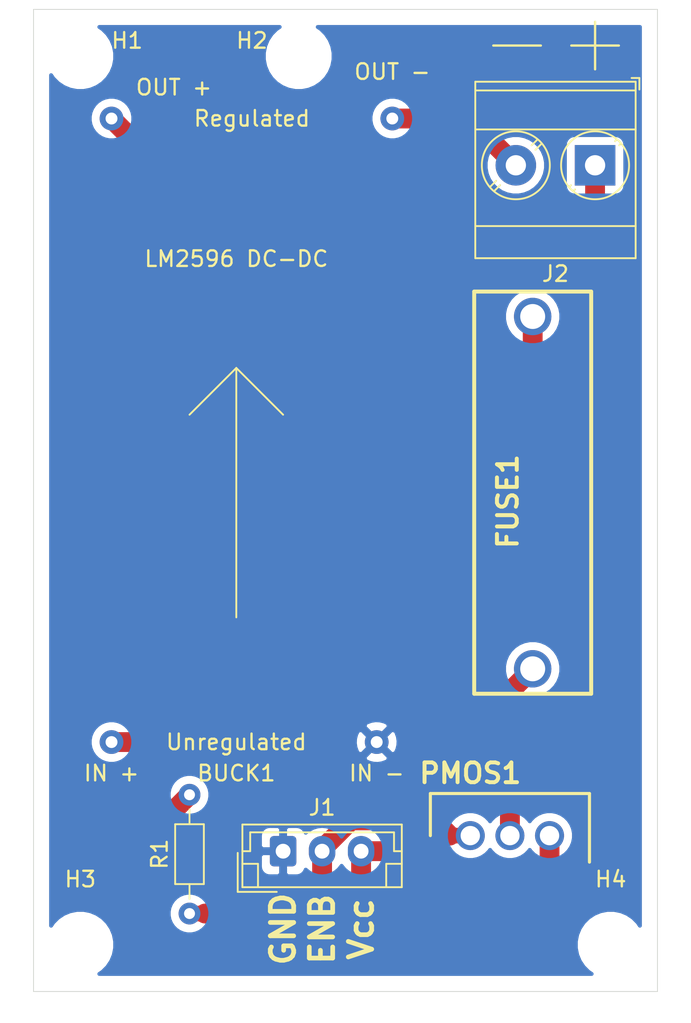
<source format=kicad_pcb>
(kicad_pcb (version 20171130) (host pcbnew 5.1.5-52549c5~84~ubuntu16.04.1)

  (general
    (thickness 1.6)
    (drawings 9)
    (tracks 31)
    (zones 0)
    (modules 10)
    (nets 8)
  )

  (page A4)
  (layers
    (0 F.Cu signal)
    (31 B.Cu signal)
    (32 B.Adhes user)
    (33 F.Adhes user)
    (34 B.Paste user)
    (35 F.Paste user)
    (36 B.SilkS user)
    (37 F.SilkS user)
    (38 B.Mask user)
    (39 F.Mask user)
    (40 Dwgs.User user)
    (41 Cmts.User user)
    (42 Eco1.User user)
    (43 Eco2.User user)
    (44 Edge.Cuts user)
    (45 Margin user)
    (46 B.CrtYd user)
    (47 F.CrtYd user)
    (48 B.Fab user)
    (49 F.Fab user)
  )

  (setup
    (last_trace_width 1.27)
    (trace_clearance 0.2)
    (zone_clearance 0.508)
    (zone_45_only no)
    (trace_min 0.2)
    (via_size 0.8)
    (via_drill 0.4)
    (via_min_size 0.4)
    (via_min_drill 0.3)
    (uvia_size 0.3)
    (uvia_drill 0.1)
    (uvias_allowed no)
    (uvia_min_size 0.2)
    (uvia_min_drill 0.1)
    (edge_width 0.05)
    (segment_width 0.2)
    (pcb_text_width 0.3)
    (pcb_text_size 1.5 1.5)
    (mod_edge_width 0.12)
    (mod_text_size 1 1)
    (mod_text_width 0.15)
    (pad_size 1.524 1.524)
    (pad_drill 0.762)
    (pad_to_mask_clearance 0.051)
    (solder_mask_min_width 0.25)
    (aux_axis_origin 0 0)
    (visible_elements 7FFFFFFF)
    (pcbplotparams
      (layerselection 0x010fc_ffffffff)
      (usegerberextensions false)
      (usegerberattributes false)
      (usegerberadvancedattributes false)
      (creategerberjobfile false)
      (excludeedgelayer true)
      (linewidth 0.100000)
      (plotframeref false)
      (viasonmask false)
      (mode 1)
      (useauxorigin false)
      (hpglpennumber 1)
      (hpglpenspeed 20)
      (hpglpendiameter 15.000000)
      (psnegative false)
      (psa4output false)
      (plotreference true)
      (plotvalue true)
      (plotinvisibletext false)
      (padsonsilk false)
      (subtractmaskfromsilk false)
      (outputformat 1)
      (mirror false)
      (drillshape 1)
      (scaleselection 1)
      (outputdirectory ""))
  )

  (net 0 "")
  (net 1 "Net-(BUCK1-Pad4)")
  (net 2 "Net-(BUCK1-Pad3)")
  (net 3 "Net-(BUCK1-Pad2)")
  (net 4 "Net-(FUSE1-Pad1)")
  (net 5 "Net-(J1-Pad3)")
  (net 6 "Net-(J1-Pad2)")
  (net 7 GND)

  (net_class Default "This is the default net class."
    (clearance 0.2)
    (trace_width 1.27)
    (via_dia 0.8)
    (via_drill 0.4)
    (uvia_dia 0.3)
    (uvia_drill 0.1)
    (add_net GND)
    (add_net "Net-(BUCK1-Pad2)")
    (add_net "Net-(BUCK1-Pad3)")
    (add_net "Net-(BUCK1-Pad4)")
    (add_net "Net-(FUSE1-Pad1)")
    (add_net "Net-(J1-Pad2)")
    (add_net "Net-(J1-Pad3)")
  )

  (module MountingHole:MountingHole_3.2mm_M3 (layer F.Cu) (tedit 56D1B4CB) (tstamp 5D9C0F01)
    (at 50 70)
    (descr "Mounting Hole 3.2mm, no annular, M3")
    (tags "mounting hole 3.2mm no annular m3")
    (path /5D9D4DB1)
    (attr virtual)
    (fp_text reference H4 (at 0 -4.2) (layer F.SilkS)
      (effects (font (size 1 1) (thickness 0.15)))
    )
    (fp_text value MountingHole (at 0 4.2) (layer F.Fab)
      (effects (font (size 1 1) (thickness 0.15)))
    )
    (fp_circle (center 0 0) (end 3.45 0) (layer F.CrtYd) (width 0.05))
    (fp_circle (center 0 0) (end 3.2 0) (layer Cmts.User) (width 0.15))
    (fp_text user %R (at 0.3 0) (layer F.Fab)
      (effects (font (size 1 1) (thickness 0.15)))
    )
    (pad 1 np_thru_hole circle (at 0 0) (size 3.2 3.2) (drill 3.2) (layers *.Cu *.Mask))
  )

  (module MountingHole:MountingHole_3.2mm_M3 (layer F.Cu) (tedit 56D1B4CB) (tstamp 5D9C0EF9)
    (at 16 70)
    (descr "Mounting Hole 3.2mm, no annular, M3")
    (tags "mounting hole 3.2mm no annular m3")
    (path /5D9D44B2)
    (attr virtual)
    (fp_text reference H3 (at 0 -4.2) (layer F.SilkS)
      (effects (font (size 1 1) (thickness 0.15)))
    )
    (fp_text value MountingHole (at 0 4.2) (layer F.Fab)
      (effects (font (size 1 1) (thickness 0.15)))
    )
    (fp_circle (center 0 0) (end 3.45 0) (layer F.CrtYd) (width 0.05))
    (fp_circle (center 0 0) (end 3.2 0) (layer Cmts.User) (width 0.15))
    (fp_text user %R (at 0.3 0) (layer F.Fab)
      (effects (font (size 1 1) (thickness 0.15)))
    )
    (pad 1 np_thru_hole circle (at 0 0) (size 3.2 3.2) (drill 3.2) (layers *.Cu *.Mask))
  )

  (module MountingHole:MountingHole_3.2mm_M3 (layer F.Cu) (tedit 56D1B4CB) (tstamp 5D9C0EF1)
    (at 30 13)
    (descr "Mounting Hole 3.2mm, no annular, M3")
    (tags "mounting hole 3.2mm no annular m3")
    (path /5D9D3D3A)
    (attr virtual)
    (fp_text reference H2 (at -3 -1) (layer F.SilkS)
      (effects (font (size 1 1) (thickness 0.15)))
    )
    (fp_text value MountingHole (at 0 4.2) (layer F.Fab)
      (effects (font (size 1 1) (thickness 0.15)))
    )
    (fp_circle (center 0 0) (end 3.45 0) (layer F.CrtYd) (width 0.05))
    (fp_circle (center 0 0) (end 3.2 0) (layer Cmts.User) (width 0.15))
    (fp_text user %R (at 0.3 0) (layer F.Fab)
      (effects (font (size 1 1) (thickness 0.15)))
    )
    (pad 1 np_thru_hole circle (at 0 0) (size 3.2 3.2) (drill 3.2) (layers *.Cu *.Mask))
  )

  (module MountingHole:MountingHole_3.2mm_M3 (layer F.Cu) (tedit 56D1B4CB) (tstamp 5D9C0EE9)
    (at 16 13)
    (descr "Mounting Hole 3.2mm, no annular, M3")
    (tags "mounting hole 3.2mm no annular m3")
    (path /5D9D353F)
    (attr virtual)
    (fp_text reference H1 (at 3 -1) (layer F.SilkS)
      (effects (font (size 1 1) (thickness 0.15)))
    )
    (fp_text value MountingHole (at 0 4.2) (layer F.Fab)
      (effects (font (size 1 1) (thickness 0.15)))
    )
    (fp_circle (center 0 0) (end 3.45 0) (layer F.CrtYd) (width 0.05))
    (fp_circle (center 0 0) (end 3.2 0) (layer Cmts.User) (width 0.15))
    (fp_text user %R (at 0.3 0) (layer F.Fab)
      (effects (font (size 1 1) (thickness 0.15)))
    )
    (pad 1 np_thru_hole circle (at 0 0) (size 3.2 3.2) (drill 3.2) (layers *.Cu *.Mask))
  )

  (module Resistor_THT:R_Axial_DIN0204_L3.6mm_D1.6mm_P7.62mm_Horizontal (layer F.Cu) (tedit 5AE5139B) (tstamp 5D9C0A1C)
    (at 23 68 90)
    (descr "Resistor, Axial_DIN0204 series, Axial, Horizontal, pin pitch=7.62mm, 0.167W, length*diameter=3.6*1.6mm^2, http://cdn-reichelt.de/documents/datenblatt/B400/1_4W%23YAG.pdf")
    (tags "Resistor Axial_DIN0204 series Axial Horizontal pin pitch 7.62mm 0.167W length 3.6mm diameter 1.6mm")
    (path /5D9D0066)
    (fp_text reference R1 (at 3.81 -1.92 90) (layer F.SilkS)
      (effects (font (size 1 1) (thickness 0.15)))
    )
    (fp_text value R (at 3.81 1.92 90) (layer F.Fab)
      (effects (font (size 1 1) (thickness 0.15)))
    )
    (fp_text user %R (at 3.81 0 90) (layer F.Fab)
      (effects (font (size 0.72 0.72) (thickness 0.108)))
    )
    (fp_line (start 8.57 -1.05) (end -0.95 -1.05) (layer F.CrtYd) (width 0.05))
    (fp_line (start 8.57 1.05) (end 8.57 -1.05) (layer F.CrtYd) (width 0.05))
    (fp_line (start -0.95 1.05) (end 8.57 1.05) (layer F.CrtYd) (width 0.05))
    (fp_line (start -0.95 -1.05) (end -0.95 1.05) (layer F.CrtYd) (width 0.05))
    (fp_line (start 6.68 0) (end 5.73 0) (layer F.SilkS) (width 0.12))
    (fp_line (start 0.94 0) (end 1.89 0) (layer F.SilkS) (width 0.12))
    (fp_line (start 5.73 -0.92) (end 1.89 -0.92) (layer F.SilkS) (width 0.12))
    (fp_line (start 5.73 0.92) (end 5.73 -0.92) (layer F.SilkS) (width 0.12))
    (fp_line (start 1.89 0.92) (end 5.73 0.92) (layer F.SilkS) (width 0.12))
    (fp_line (start 1.89 -0.92) (end 1.89 0.92) (layer F.SilkS) (width 0.12))
    (fp_line (start 7.62 0) (end 5.61 0) (layer F.Fab) (width 0.1))
    (fp_line (start 0 0) (end 2.01 0) (layer F.Fab) (width 0.1))
    (fp_line (start 5.61 -0.8) (end 2.01 -0.8) (layer F.Fab) (width 0.1))
    (fp_line (start 5.61 0.8) (end 5.61 -0.8) (layer F.Fab) (width 0.1))
    (fp_line (start 2.01 0.8) (end 5.61 0.8) (layer F.Fab) (width 0.1))
    (fp_line (start 2.01 -0.8) (end 2.01 0.8) (layer F.Fab) (width 0.1))
    (pad 2 thru_hole oval (at 7.62 0 90) (size 1.4 1.4) (drill 0.7) (layers *.Cu *.Mask)
      (net 5 "Net-(J1-Pad3)"))
    (pad 1 thru_hole circle (at 0 0 90) (size 1.4 1.4) (drill 0.7) (layers *.Cu *.Mask)
      (net 6 "Net-(J1-Pad2)"))
    (model ${KISYS3DMOD}/Resistor_THT.3dshapes/R_Axial_DIN0204_L3.6mm_D1.6mm_P7.62mm_Horizontal.wrl
      (at (xyz 0 0 0))
      (scale (xyz 1 1 1))
      (rotate (xyz 0 0 0))
    )
  )

  (module Connector_JST:JST_EH_B3B-EH-A_1x03_P2.50mm_Vertical (layer F.Cu) (tedit 5C28142C) (tstamp 5D943C7C)
    (at 29 64)
    (descr "JST EH series connector, B3B-EH-A (http://www.jst-mfg.com/product/pdf/eng/eEH.pdf), generated with kicad-footprint-generator")
    (tags "connector JST EH vertical")
    (path /5D94D2BC)
    (fp_text reference J1 (at 2.5 -2.8) (layer F.SilkS)
      (effects (font (size 1 1) (thickness 0.15)))
    )
    (fp_text value Conn_01x03 (at 2.5 3.4) (layer F.Fab)
      (effects (font (size 1 1) (thickness 0.15)))
    )
    (fp_text user %R (at 2.5 1.5) (layer F.Fab)
      (effects (font (size 1 1) (thickness 0.15)))
    )
    (fp_line (start -2.91 2.61) (end -0.41 2.61) (layer F.Fab) (width 0.1))
    (fp_line (start -2.91 0.11) (end -2.91 2.61) (layer F.Fab) (width 0.1))
    (fp_line (start -2.91 2.61) (end -0.41 2.61) (layer F.SilkS) (width 0.12))
    (fp_line (start -2.91 0.11) (end -2.91 2.61) (layer F.SilkS) (width 0.12))
    (fp_line (start 6.61 0.81) (end 6.61 2.31) (layer F.SilkS) (width 0.12))
    (fp_line (start 7.61 0.81) (end 6.61 0.81) (layer F.SilkS) (width 0.12))
    (fp_line (start -1.61 0.81) (end -1.61 2.31) (layer F.SilkS) (width 0.12))
    (fp_line (start -2.61 0.81) (end -1.61 0.81) (layer F.SilkS) (width 0.12))
    (fp_line (start 7.11 0) (end 7.61 0) (layer F.SilkS) (width 0.12))
    (fp_line (start 7.11 -1.21) (end 7.11 0) (layer F.SilkS) (width 0.12))
    (fp_line (start -2.11 -1.21) (end 7.11 -1.21) (layer F.SilkS) (width 0.12))
    (fp_line (start -2.11 0) (end -2.11 -1.21) (layer F.SilkS) (width 0.12))
    (fp_line (start -2.61 0) (end -2.11 0) (layer F.SilkS) (width 0.12))
    (fp_line (start 7.61 -1.71) (end -2.61 -1.71) (layer F.SilkS) (width 0.12))
    (fp_line (start 7.61 2.31) (end 7.61 -1.71) (layer F.SilkS) (width 0.12))
    (fp_line (start -2.61 2.31) (end 7.61 2.31) (layer F.SilkS) (width 0.12))
    (fp_line (start -2.61 -1.71) (end -2.61 2.31) (layer F.SilkS) (width 0.12))
    (fp_line (start 8 -2.1) (end -3 -2.1) (layer F.CrtYd) (width 0.05))
    (fp_line (start 8 2.7) (end 8 -2.1) (layer F.CrtYd) (width 0.05))
    (fp_line (start -3 2.7) (end 8 2.7) (layer F.CrtYd) (width 0.05))
    (fp_line (start -3 -2.1) (end -3 2.7) (layer F.CrtYd) (width 0.05))
    (fp_line (start 7.5 -1.6) (end -2.5 -1.6) (layer F.Fab) (width 0.1))
    (fp_line (start 7.5 2.2) (end 7.5 -1.6) (layer F.Fab) (width 0.1))
    (fp_line (start -2.5 2.2) (end 7.5 2.2) (layer F.Fab) (width 0.1))
    (fp_line (start -2.5 -1.6) (end -2.5 2.2) (layer F.Fab) (width 0.1))
    (pad 3 thru_hole oval (at 5 0) (size 1.7 1.95) (drill 0.95) (layers *.Cu *.Mask)
      (net 5 "Net-(J1-Pad3)"))
    (pad 2 thru_hole oval (at 2.5 0) (size 1.7 1.95) (drill 0.95) (layers *.Cu *.Mask)
      (net 6 "Net-(J1-Pad2)"))
    (pad 1 thru_hole roundrect (at 0 0) (size 1.7 1.95) (drill 0.95) (layers *.Cu *.Mask) (roundrect_rratio 0.147059)
      (net 7 GND))
    (model ${KISYS3DMOD}/Connector_JST.3dshapes/JST_EH_B3B-EH-A_1x03_P2.50mm_Vertical.wrl
      (at (xyz 0 0 0))
      (scale (xyz 1 1 1))
      (rotate (xyz 0 0 0))
    )
  )

  (module LibraryLoader:TO254P440X1000X2110-3P (layer F.Cu) (tedit 0) (tstamp 5D943CF9)
    (at 41 63)
    (descr IPP120P04P4L03AKSA1)
    (tags "MOSFET (P-Channel)")
    (path /5D945064)
    (fp_text reference PMOS1 (at 0 -4) (layer F.SilkS)
      (effects (font (size 1.27 1.27) (thickness 0.254)))
    )
    (fp_text value IPP120P04P4L03AKSA1 (at 0 0) (layer F.SilkS) hide
      (effects (font (size 1.27 1.27) (thickness 0.254)))
    )
    (fp_line (start -2.56 -2.7) (end -2.56 0) (layer F.SilkS) (width 0.2))
    (fp_line (start 7.64 -2.7) (end -2.56 -2.7) (layer F.SilkS) (width 0.2))
    (fp_line (start 7.64 1.7) (end 7.64 -2.7) (layer F.SilkS) (width 0.2))
    (fp_line (start -2.56 -1.43) (end -1.29 -2.7) (layer F.Fab) (width 0.1))
    (fp_line (start -2.56 1.7) (end -2.56 -2.7) (layer F.Fab) (width 0.1))
    (fp_line (start 7.64 1.7) (end -2.56 1.7) (layer F.Fab) (width 0.1))
    (fp_line (start 7.64 -2.7) (end 7.64 1.7) (layer F.Fab) (width 0.1))
    (fp_line (start -2.56 -2.7) (end 7.64 -2.7) (layer F.Fab) (width 0.1))
    (fp_line (start -2.81 1.95) (end -2.81 -2.95) (layer F.CrtYd) (width 0.05))
    (fp_line (start 7.89 1.95) (end -2.81 1.95) (layer F.CrtYd) (width 0.05))
    (fp_line (start 7.89 -2.95) (end 7.89 1.95) (layer F.CrtYd) (width 0.05))
    (fp_line (start -2.81 -2.95) (end 7.89 -2.95) (layer F.CrtYd) (width 0.05))
    (fp_text user %R (at 0 0) (layer F.Fab)
      (effects (font (size 1.27 1.27) (thickness 0.254)))
    )
    (pad 3 thru_hole circle (at 5.08 0) (size 1.86 1.86) (drill 1.24) (layers *.Cu *.Mask)
      (net 5 "Net-(J1-Pad3)"))
    (pad 2 thru_hole circle (at 2.54 0) (size 1.86 1.86) (drill 1.24) (layers *.Cu *.Mask)
      (net 4 "Net-(FUSE1-Pad1)"))
    (pad 1 thru_hole circle (at 0 0) (size 1.86 1.86) (drill 1.24) (layers *.Cu *.Mask)
      (net 6 "Net-(J1-Pad2)"))
    (model "C:\\Users\\jklei\\KiCad Libs\\SamacSys_Parts.3dshapes\\IPP120P04P4L03AKSA1.stp"
      (at (xyz 0 0 0))
      (scale (xyz 1 1 1))
      (rotate (xyz 0 0 0))
    )
  )

  (module TerminalBlock_Phoenix:TerminalBlock_Phoenix_MKDS-3-2-5.08_1x02_P5.08mm_Horizontal (layer F.Cu) (tedit 5B294F11) (tstamp 5D943CA8)
    (at 49 20 180)
    (descr "Terminal Block Phoenix MKDS-3-2-5.08, 2 pins, pitch 5.08mm, size 10.2x11.2mm^2, drill diamater 1.3mm, pad diameter 2.6mm, see http://www.farnell.com/datasheets/2138224.pdf, script-generated using https://github.com/pointhi/kicad-footprint-generator/scripts/TerminalBlock_Phoenix")
    (tags "THT Terminal Block Phoenix MKDS-3-2-5.08 pitch 5.08mm size 10.2x11.2mm^2 drill 1.3mm pad 2.6mm")
    (path /5D945077)
    (fp_text reference J2 (at 2.54 -6.96) (layer F.SilkS)
      (effects (font (size 1 1) (thickness 0.15)))
    )
    (fp_text value Screw_Terminal_01x02 (at 2.54 6.36) (layer F.Fab)
      (effects (font (size 1 1) (thickness 0.15)))
    )
    (fp_text user %R (at 2.54 3.1) (layer F.Fab)
      (effects (font (size 1 1) (thickness 0.15)))
    )
    (fp_line (start 8.13 -6.4) (end -3.04 -6.4) (layer F.CrtYd) (width 0.05))
    (fp_line (start 8.13 5.8) (end 8.13 -6.4) (layer F.CrtYd) (width 0.05))
    (fp_line (start -3.04 5.8) (end 8.13 5.8) (layer F.CrtYd) (width 0.05))
    (fp_line (start -3.04 -6.4) (end -3.04 5.8) (layer F.CrtYd) (width 0.05))
    (fp_line (start -2.84 5.6) (end -2.34 5.6) (layer F.SilkS) (width 0.12))
    (fp_line (start -2.84 4.86) (end -2.84 5.6) (layer F.SilkS) (width 0.12))
    (fp_line (start 3.822 0.992) (end 3.427 1.388) (layer F.SilkS) (width 0.12))
    (fp_line (start 6.468 -1.654) (end 6.088 -1.274) (layer F.SilkS) (width 0.12))
    (fp_line (start 4.073 1.274) (end 3.693 1.654) (layer F.SilkS) (width 0.12))
    (fp_line (start 6.734 -1.388) (end 6.339 -0.992) (layer F.SilkS) (width 0.12))
    (fp_line (start 6.353 -1.517) (end 3.564 1.273) (layer F.Fab) (width 0.1))
    (fp_line (start 6.597 -1.273) (end 3.808 1.517) (layer F.Fab) (width 0.1))
    (fp_line (start -1.548 1.281) (end -1.654 1.388) (layer F.SilkS) (width 0.12))
    (fp_line (start 1.388 -1.654) (end 1.281 -1.547) (layer F.SilkS) (width 0.12))
    (fp_line (start -1.282 1.547) (end -1.388 1.654) (layer F.SilkS) (width 0.12))
    (fp_line (start 1.654 -1.388) (end 1.547 -1.281) (layer F.SilkS) (width 0.12))
    (fp_line (start 1.273 -1.517) (end -1.517 1.273) (layer F.Fab) (width 0.1))
    (fp_line (start 1.517 -1.273) (end -1.273 1.517) (layer F.Fab) (width 0.1))
    (fp_line (start 7.68 -5.96) (end 7.68 5.36) (layer F.SilkS) (width 0.12))
    (fp_line (start -2.6 -5.96) (end -2.6 5.36) (layer F.SilkS) (width 0.12))
    (fp_line (start -2.6 5.36) (end 7.68 5.36) (layer F.SilkS) (width 0.12))
    (fp_line (start -2.6 -5.96) (end 7.68 -5.96) (layer F.SilkS) (width 0.12))
    (fp_line (start -2.6 -3.9) (end 7.68 -3.9) (layer F.SilkS) (width 0.12))
    (fp_line (start -2.54 -3.9) (end 7.62 -3.9) (layer F.Fab) (width 0.1))
    (fp_line (start -2.6 2.3) (end 7.68 2.3) (layer F.SilkS) (width 0.12))
    (fp_line (start -2.54 2.3) (end 7.62 2.3) (layer F.Fab) (width 0.1))
    (fp_line (start -2.6 4.8) (end 7.68 4.8) (layer F.SilkS) (width 0.12))
    (fp_line (start -2.54 4.8) (end 7.62 4.8) (layer F.Fab) (width 0.1))
    (fp_line (start -2.54 4.8) (end -2.54 -5.9) (layer F.Fab) (width 0.1))
    (fp_line (start -2.04 5.3) (end -2.54 4.8) (layer F.Fab) (width 0.1))
    (fp_line (start 7.62 5.3) (end -2.04 5.3) (layer F.Fab) (width 0.1))
    (fp_line (start 7.62 -5.9) (end 7.62 5.3) (layer F.Fab) (width 0.1))
    (fp_line (start -2.54 -5.9) (end 7.62 -5.9) (layer F.Fab) (width 0.1))
    (fp_circle (center 5.08 0) (end 7.26 0) (layer F.SilkS) (width 0.12))
    (fp_circle (center 5.08 0) (end 7.08 0) (layer F.Fab) (width 0.1))
    (fp_circle (center 0 0) (end 2.18 0) (layer F.SilkS) (width 0.12))
    (fp_circle (center 0 0) (end 2 0) (layer F.Fab) (width 0.1))
    (pad 2 thru_hole circle (at 5.08 0 180) (size 2.6 2.6) (drill 1.3) (layers *.Cu *.Mask)
      (net 2 "Net-(BUCK1-Pad3)"))
    (pad 1 thru_hole rect (at 0 0 180) (size 2.6 2.6) (drill 1.3) (layers *.Cu *.Mask)
      (net 1 "Net-(BUCK1-Pad4)"))
    (model ${KISYS3DMOD}/TerminalBlock_Phoenix.3dshapes/TerminalBlock_Phoenix_MKDS-3-2-5.08_1x02_P5.08mm_Horizontal.wrl
      (at (xyz 0 0 0))
      (scale (xyz 1 1 1))
      (rotate (xyz 0 0 0))
    )
  )

  (module LibraryLoader:646-SERIESHOLDER (layer F.Cu) (tedit 0) (tstamp 5D943C3C)
    (at 45 41 90)
    (descr 646-SeriesHolder)
    (tags Connector)
    (path /5D945058)
    (fp_text reference FUSE1 (at -0.565 -1.595 90) (layer F.SilkS)
      (effects (font (size 1.27 1.27) (thickness 0.254)))
    )
    (fp_text value 64600001003 (at -0.565 -1.595 90) (layer F.SilkS) hide
      (effects (font (size 1.27 1.27) (thickness 0.254)))
    )
    (fp_line (start -12.9 3.75) (end -12.9 -3.75) (layer F.SilkS) (width 0.254))
    (fp_line (start 12.9 3.75) (end -12.9 3.75) (layer F.SilkS) (width 0.254))
    (fp_line (start 12.9 -3.75) (end 12.9 3.75) (layer F.SilkS) (width 0.254))
    (fp_line (start -12.9 -3.75) (end 12.9 -3.75) (layer F.SilkS) (width 0.254))
    (fp_line (start -12.9 3.75) (end -12.9 -3.75) (layer F.Fab) (width 0.254))
    (fp_line (start 12.9 3.75) (end -12.9 3.75) (layer F.Fab) (width 0.254))
    (fp_line (start 12.9 -3.75) (end 12.9 3.75) (layer F.Fab) (width 0.254))
    (fp_line (start -12.9 -3.75) (end 12.9 -3.75) (layer F.Fab) (width 0.254))
    (fp_text user %R (at -0.565 -1.595 90) (layer F.Fab)
      (effects (font (size 1.27 1.27) (thickness 0.254)))
    )
    (pad 2 thru_hole circle (at 11.3 0 90) (size 2.4 2.4) (drill 1.6) (layers *.Cu *.Mask)
      (net 3 "Net-(BUCK1-Pad2)"))
    (pad 1 thru_hole circle (at -11.3 0 90) (size 2.4 2.4) (drill 1.6) (layers *.Cu *.Mask)
      (net 4 "Net-(FUSE1-Pad1)"))
  )

  (module SCR_KiCAD_Lib:LM2596 (layer F.Cu) (tedit 5D897463) (tstamp 5D943C2D)
    (at 25 60 180)
    (path /5D945070)
    (fp_text reference BUCK1 (at -1 1) (layer F.SilkS)
      (effects (font (size 1 1) (thickness 0.15)))
    )
    (fp_text value LM2596 (at -2 -1) (layer F.Fab)
      (effects (font (size 1 1) (thickness 0.15)))
    )
    (fp_text user "LM2596 DC-DC" (at -1 34) (layer F.SilkS)
      (effects (font (size 1 1) (thickness 0.15)))
    )
    (fp_line (start -1 27) (end 2 24) (layer F.SilkS) (width 0.12))
    (fp_line (start -1 27) (end -4 24) (layer F.SilkS) (width 0.12))
    (fp_line (start -1 11) (end -1 27) (layer F.SilkS) (width 0.12))
    (fp_text user "OUT +" (at 3 45) (layer F.SilkS)
      (effects (font (size 1 1) (thickness 0.15)))
    )
    (fp_text user "OUT -" (at -11 46) (layer F.SilkS)
      (effects (font (size 1 1) (thickness 0.15)))
    )
    (fp_text user "IN +" (at 7 1) (layer F.SilkS)
      (effects (font (size 1 1) (thickness 0.15)))
    )
    (fp_text user "IN -" (at -10 1) (layer F.SilkS)
      (effects (font (size 1 1) (thickness 0.15)))
    )
    (fp_text user Regulated (at -2 43) (layer F.SilkS)
      (effects (font (size 1 1) (thickness 0.15)))
    )
    (fp_text user Unregulated (at -1 3) (layer F.SilkS)
      (effects (font (size 1 1) (thickness 0.15)))
    )
    (pad 4 thru_hole circle (at 7 43 180) (size 1.524 1.524) (drill 0.762) (layers *.Cu *.Mask)
      (net 1 "Net-(BUCK1-Pad4)"))
    (pad 3 thru_hole circle (at -11 43 180) (size 1.524 1.524) (drill 0.762) (layers *.Cu *.Mask)
      (net 2 "Net-(BUCK1-Pad3)"))
    (pad 2 thru_hole circle (at 7 3 180) (size 1.524 1.524) (drill 0.762) (layers *.Cu *.Mask)
      (net 3 "Net-(BUCK1-Pad2)"))
    (pad 1 thru_hole circle (at -10 3 180) (size 1.524 1.524) (drill 0.762) (layers *.Cu *.Mask)
      (net 7 GND))
  )

  (gr_text Vcc (at 34 69 90) (layer F.SilkS)
    (effects (font (size 1.5 1.5) (thickness 0.3)))
  )
  (gr_text ENB (at 31.5 69 90) (layer F.SilkS)
    (effects (font (size 1.5 1.5) (thickness 0.3)))
  )
  (gr_text GND (at 29 69 90) (layer F.SilkS)
    (effects (font (size 1.5 1.5) (thickness 0.3)))
  )
  (gr_line (start 53 10) (end 53 73) (layer Edge.Cuts) (width 0.05))
  (gr_text - (at 44 12) (layer F.SilkS)
    (effects (font (size 4 4) (thickness 0.15)))
  )
  (gr_text + (at 49 12) (layer F.SilkS)
    (effects (font (size 4 4) (thickness 0.15)))
  )
  (gr_line (start 53 73) (end 13 73) (layer Edge.Cuts) (width 0.05) (tstamp 5D945395))
  (gr_line (start 13 10) (end 53 10) (layer Edge.Cuts) (width 0.05))
  (gr_line (start 13 73) (end 13 10) (layer Edge.Cuts) (width 0.05))

  (segment (start 49 22.3) (end 49 20) (width 1.27) (layer F.Cu) (net 1))
  (segment (start 47.3 24) (end 49 22.3) (width 1.27) (layer F.Cu) (net 1))
  (segment (start 25 24) (end 47.3 24) (width 1.27) (layer F.Cu) (net 1))
  (segment (start 18 17) (end 25 24) (width 1.27) (layer F.Cu) (net 1))
  (segment (start 40.92 17) (end 43.92 20) (width 1.27) (layer F.Cu) (net 2))
  (segment (start 36 17) (end 40.92 17) (width 1.27) (layer F.Cu) (net 2))
  (segment (start 45 29.7) (end 45 43) (width 1.27) (layer F.Cu) (net 3))
  (segment (start 31 57) (end 18 57) (width 1.27) (layer F.Cu) (net 3))
  (segment (start 45 43) (end 31 57) (width 1.27) (layer F.Cu) (net 3))
  (segment (start 43.54 53.76) (end 45 52.3) (width 1.27) (layer F.Cu) (net 4))
  (segment (start 43.54 63) (end 43.54 53.76) (width 1.27) (layer F.Cu) (net 4))
  (segment (start 46.08 63) (end 46.08 64.92) (width 1.27) (layer F.Cu) (net 5))
  (segment (start 46.08 64.92) (end 45 66) (width 1.27) (layer F.Cu) (net 5))
  (segment (start 35.85 64) (end 34 64) (width 1.27) (layer F.Cu) (net 5))
  (segment (start 37.85 66) (end 35.85 64) (width 1.27) (layer F.Cu) (net 5))
  (segment (start 45 66) (end 37.85 66) (width 1.27) (layer F.Cu) (net 5))
  (segment (start 34 65.975) (end 29.975 70) (width 1.27) (layer F.Cu) (net 5))
  (segment (start 34 64) (end 34 65.975) (width 1.27) (layer F.Cu) (net 5))
  (segment (start 29.975 70) (end 21.5 70) (width 1.27) (layer F.Cu) (net 5))
  (segment (start 21.5 70) (end 20.5 69) (width 1.27) (layer F.Cu) (net 5))
  (segment (start 20.5 62.88) (end 23 60.38) (width 1.27) (layer F.Cu) (net 5))
  (segment (start 20.5 69) (end 20.5 62.88) (width 1.27) (layer F.Cu) (net 5))
  (segment (start 31.5 63.875) (end 31.5 64) (width 1) (layer F.Cu) (net 6))
  (segment (start 33.35 62.025) (end 31.5 63.875) (width 1.27) (layer F.Cu) (net 6))
  (segment (start 38.709782 62.025) (end 33.35 62.025) (width 1.27) (layer F.Cu) (net 6))
  (segment (start 39.684782 63) (end 38.709782 62.025) (width 1.27) (layer F.Cu) (net 6))
  (segment (start 41 63) (end 39.684782 63) (width 1) (layer F.Cu) (net 6))
  (segment (start 23.989949 68) (end 23 68) (width 1) (layer F.Cu) (net 6))
  (segment (start 29.475 68) (end 23.989949 68) (width 1.27) (layer F.Cu) (net 6))
  (segment (start 31.5 65.975) (end 29.475 68) (width 1.27) (layer F.Cu) (net 6))
  (segment (start 31.5 64) (end 31.5 65.975) (width 1.27) (layer F.Cu) (net 6))

  (zone (net 7) (net_name GND) (layer B.Cu) (tstamp 5D9C16E8) (hatch edge 0.508)
    (connect_pads (clearance 0.508))
    (min_thickness 0.254)
    (fill yes (arc_segments 32) (thermal_gap 0.508) (thermal_bridge_width 0.508))
    (polygon
      (pts
        (xy 14 11) (xy 52 11) (xy 52 72) (xy 14 72)
      )
    )
    (filled_polygon
      (pts
        (xy 28.575271 11.263962) (xy 28.263962 11.575271) (xy 28.019369 11.941331) (xy 27.85089 12.348075) (xy 27.765 12.779872)
        (xy 27.765 13.220128) (xy 27.85089 13.651925) (xy 28.019369 14.058669) (xy 28.263962 14.424729) (xy 28.575271 14.736038)
        (xy 28.941331 14.980631) (xy 29.348075 15.14911) (xy 29.779872 15.235) (xy 30.220128 15.235) (xy 30.651925 15.14911)
        (xy 31.058669 14.980631) (xy 31.424729 14.736038) (xy 31.736038 14.424729) (xy 31.980631 14.058669) (xy 32.14911 13.651925)
        (xy 32.235 13.220128) (xy 32.235 12.779872) (xy 32.14911 12.348075) (xy 31.980631 11.941331) (xy 31.736038 11.575271)
        (xy 31.424729 11.263962) (xy 31.21975 11.127) (xy 51.873 11.127) (xy 51.873 68.78025) (xy 51.736038 68.575271)
        (xy 51.424729 68.263962) (xy 51.058669 68.019369) (xy 50.651925 67.85089) (xy 50.220128 67.765) (xy 49.779872 67.765)
        (xy 49.348075 67.85089) (xy 48.941331 68.019369) (xy 48.575271 68.263962) (xy 48.263962 68.575271) (xy 48.019369 68.941331)
        (xy 47.85089 69.348075) (xy 47.765 69.779872) (xy 47.765 70.220128) (xy 47.85089 70.651925) (xy 48.019369 71.058669)
        (xy 48.263962 71.424729) (xy 48.575271 71.736038) (xy 48.78025 71.873) (xy 17.21975 71.873) (xy 17.424729 71.736038)
        (xy 17.736038 71.424729) (xy 17.980631 71.058669) (xy 18.14911 70.651925) (xy 18.235 70.220128) (xy 18.235 69.779872)
        (xy 18.14911 69.348075) (xy 17.980631 68.941331) (xy 17.736038 68.575271) (xy 17.424729 68.263962) (xy 17.058669 68.019369)
        (xy 16.694474 67.868514) (xy 21.665 67.868514) (xy 21.665 68.131486) (xy 21.716304 68.389405) (xy 21.816939 68.632359)
        (xy 21.963038 68.851013) (xy 22.148987 69.036962) (xy 22.367641 69.183061) (xy 22.610595 69.283696) (xy 22.868514 69.335)
        (xy 23.131486 69.335) (xy 23.389405 69.283696) (xy 23.632359 69.183061) (xy 23.851013 69.036962) (xy 24.036962 68.851013)
        (xy 24.183061 68.632359) (xy 24.283696 68.389405) (xy 24.335 68.131486) (xy 24.335 67.868514) (xy 24.283696 67.610595)
        (xy 24.183061 67.367641) (xy 24.036962 67.148987) (xy 23.851013 66.963038) (xy 23.632359 66.816939) (xy 23.389405 66.716304)
        (xy 23.131486 66.665) (xy 22.868514 66.665) (xy 22.610595 66.716304) (xy 22.367641 66.816939) (xy 22.148987 66.963038)
        (xy 21.963038 67.148987) (xy 21.816939 67.367641) (xy 21.716304 67.610595) (xy 21.665 67.868514) (xy 16.694474 67.868514)
        (xy 16.651925 67.85089) (xy 16.220128 67.765) (xy 15.779872 67.765) (xy 15.348075 67.85089) (xy 14.941331 68.019369)
        (xy 14.575271 68.263962) (xy 14.263962 68.575271) (xy 14.127 68.78025) (xy 14.127 64.975) (xy 27.511928 64.975)
        (xy 27.524188 65.099482) (xy 27.560498 65.21918) (xy 27.619463 65.329494) (xy 27.698815 65.426185) (xy 27.795506 65.505537)
        (xy 27.90582 65.564502) (xy 28.025518 65.600812) (xy 28.15 65.613072) (xy 28.71425 65.61) (xy 28.873 65.45125)
        (xy 28.873 64.127) (xy 27.67375 64.127) (xy 27.515 64.28575) (xy 27.511928 64.975) (xy 14.127 64.975)
        (xy 14.127 63.025) (xy 27.511928 63.025) (xy 27.515 63.71425) (xy 27.67375 63.873) (xy 28.873 63.873)
        (xy 28.873 62.54875) (xy 29.127 62.54875) (xy 29.127 63.873) (xy 29.147 63.873) (xy 29.147 64.127)
        (xy 29.127 64.127) (xy 29.127 65.45125) (xy 29.28575 65.61) (xy 29.85 65.613072) (xy 29.974482 65.600812)
        (xy 30.09418 65.564502) (xy 30.204494 65.505537) (xy 30.301185 65.426185) (xy 30.380537 65.329494) (xy 30.439502 65.21918)
        (xy 30.450055 65.184392) (xy 30.670987 65.365706) (xy 30.928967 65.503599) (xy 31.20889 65.588513) (xy 31.5 65.617185)
        (xy 31.791111 65.588513) (xy 32.071034 65.503599) (xy 32.329014 65.365706) (xy 32.555134 65.180134) (xy 32.740706 64.954014)
        (xy 32.75 64.936626) (xy 32.759294 64.954014) (xy 32.944866 65.180134) (xy 33.170987 65.365706) (xy 33.428967 65.503599)
        (xy 33.70889 65.588513) (xy 34 65.617185) (xy 34.291111 65.588513) (xy 34.571034 65.503599) (xy 34.829014 65.365706)
        (xy 35.055134 65.180134) (xy 35.240706 64.954014) (xy 35.378599 64.696033) (xy 35.463513 64.41611) (xy 35.485 64.197949)
        (xy 35.485 63.80205) (xy 35.463513 63.583889) (xy 35.378599 63.303966) (xy 35.240706 63.045986) (xy 35.076468 62.845861)
        (xy 39.435 62.845861) (xy 39.435 63.154139) (xy 39.495142 63.456494) (xy 39.613115 63.741305) (xy 39.784385 63.997629)
        (xy 40.002371 64.215615) (xy 40.258695 64.386885) (xy 40.543506 64.504858) (xy 40.845861 64.565) (xy 41.154139 64.565)
        (xy 41.456494 64.504858) (xy 41.741305 64.386885) (xy 41.997629 64.215615) (xy 42.215615 63.997629) (xy 42.27 63.916236)
        (xy 42.324385 63.997629) (xy 42.542371 64.215615) (xy 42.798695 64.386885) (xy 43.083506 64.504858) (xy 43.385861 64.565)
        (xy 43.694139 64.565) (xy 43.996494 64.504858) (xy 44.281305 64.386885) (xy 44.537629 64.215615) (xy 44.755615 63.997629)
        (xy 44.81 63.916236) (xy 44.864385 63.997629) (xy 45.082371 64.215615) (xy 45.338695 64.386885) (xy 45.623506 64.504858)
        (xy 45.925861 64.565) (xy 46.234139 64.565) (xy 46.536494 64.504858) (xy 46.821305 64.386885) (xy 47.077629 64.215615)
        (xy 47.295615 63.997629) (xy 47.466885 63.741305) (xy 47.584858 63.456494) (xy 47.645 63.154139) (xy 47.645 62.845861)
        (xy 47.584858 62.543506) (xy 47.466885 62.258695) (xy 47.295615 62.002371) (xy 47.077629 61.784385) (xy 46.821305 61.613115)
        (xy 46.536494 61.495142) (xy 46.234139 61.435) (xy 45.925861 61.435) (xy 45.623506 61.495142) (xy 45.338695 61.613115)
        (xy 45.082371 61.784385) (xy 44.864385 62.002371) (xy 44.81 62.083764) (xy 44.755615 62.002371) (xy 44.537629 61.784385)
        (xy 44.281305 61.613115) (xy 43.996494 61.495142) (xy 43.694139 61.435) (xy 43.385861 61.435) (xy 43.083506 61.495142)
        (xy 42.798695 61.613115) (xy 42.542371 61.784385) (xy 42.324385 62.002371) (xy 42.27 62.083764) (xy 42.215615 62.002371)
        (xy 41.997629 61.784385) (xy 41.741305 61.613115) (xy 41.456494 61.495142) (xy 41.154139 61.435) (xy 40.845861 61.435)
        (xy 40.543506 61.495142) (xy 40.258695 61.613115) (xy 40.002371 61.784385) (xy 39.784385 62.002371) (xy 39.613115 62.258695)
        (xy 39.495142 62.543506) (xy 39.435 62.845861) (xy 35.076468 62.845861) (xy 35.055134 62.819866) (xy 34.829013 62.634294)
        (xy 34.571033 62.496401) (xy 34.29111 62.411487) (xy 34 62.382815) (xy 33.708889 62.411487) (xy 33.428966 62.496401)
        (xy 33.170986 62.634294) (xy 32.944866 62.819866) (xy 32.759294 63.045987) (xy 32.75 63.063374) (xy 32.740706 63.045986)
        (xy 32.555134 62.819866) (xy 32.329013 62.634294) (xy 32.071033 62.496401) (xy 31.79111 62.411487) (xy 31.5 62.382815)
        (xy 31.208889 62.411487) (xy 30.928966 62.496401) (xy 30.670986 62.634294) (xy 30.450055 62.815608) (xy 30.439502 62.78082)
        (xy 30.380537 62.670506) (xy 30.301185 62.573815) (xy 30.204494 62.494463) (xy 30.09418 62.435498) (xy 29.974482 62.399188)
        (xy 29.85 62.386928) (xy 29.28575 62.39) (xy 29.127 62.54875) (xy 28.873 62.54875) (xy 28.71425 62.39)
        (xy 28.15 62.386928) (xy 28.025518 62.399188) (xy 27.90582 62.435498) (xy 27.795506 62.494463) (xy 27.698815 62.573815)
        (xy 27.619463 62.670506) (xy 27.560498 62.78082) (xy 27.524188 62.900518) (xy 27.511928 63.025) (xy 14.127 63.025)
        (xy 14.127 60.248514) (xy 21.665 60.248514) (xy 21.665 60.511486) (xy 21.716304 60.769405) (xy 21.816939 61.012359)
        (xy 21.963038 61.231013) (xy 22.148987 61.416962) (xy 22.367641 61.563061) (xy 22.610595 61.663696) (xy 22.868514 61.715)
        (xy 23.131486 61.715) (xy 23.389405 61.663696) (xy 23.632359 61.563061) (xy 23.851013 61.416962) (xy 24.036962 61.231013)
        (xy 24.183061 61.012359) (xy 24.283696 60.769405) (xy 24.335 60.511486) (xy 24.335 60.248514) (xy 24.283696 59.990595)
        (xy 24.183061 59.747641) (xy 24.036962 59.528987) (xy 23.851013 59.343038) (xy 23.632359 59.196939) (xy 23.389405 59.096304)
        (xy 23.131486 59.045) (xy 22.868514 59.045) (xy 22.610595 59.096304) (xy 22.367641 59.196939) (xy 22.148987 59.343038)
        (xy 21.963038 59.528987) (xy 21.816939 59.747641) (xy 21.716304 59.990595) (xy 21.665 60.248514) (xy 14.127 60.248514)
        (xy 14.127 56.862408) (xy 16.603 56.862408) (xy 16.603 57.137592) (xy 16.656686 57.40749) (xy 16.761995 57.661727)
        (xy 16.91488 57.890535) (xy 17.109465 58.08512) (xy 17.338273 58.238005) (xy 17.59251 58.343314) (xy 17.862408 58.397)
        (xy 18.137592 58.397) (xy 18.40749 58.343314) (xy 18.661727 58.238005) (xy 18.890535 58.08512) (xy 19.01009 57.965565)
        (xy 34.21404 57.965565) (xy 34.28102 58.205656) (xy 34.530048 58.322756) (xy 34.797135 58.389023) (xy 35.072017 58.40191)
        (xy 35.344133 58.360922) (xy 35.603023 58.267636) (xy 35.71898 58.205656) (xy 35.78596 57.965565) (xy 35 57.179605)
        (xy 34.21404 57.965565) (xy 19.01009 57.965565) (xy 19.08512 57.890535) (xy 19.238005 57.661727) (xy 19.343314 57.40749)
        (xy 19.397 57.137592) (xy 19.397 57.072017) (xy 33.59809 57.072017) (xy 33.639078 57.344133) (xy 33.732364 57.603023)
        (xy 33.794344 57.71898) (xy 34.034435 57.78596) (xy 34.820395 57) (xy 35.179605 57) (xy 35.965565 57.78596)
        (xy 36.205656 57.71898) (xy 36.322756 57.469952) (xy 36.389023 57.202865) (xy 36.40191 56.927983) (xy 36.360922 56.655867)
        (xy 36.267636 56.396977) (xy 36.205656 56.28102) (xy 35.965565 56.21404) (xy 35.179605 57) (xy 34.820395 57)
        (xy 34.034435 56.21404) (xy 33.794344 56.28102) (xy 33.677244 56.530048) (xy 33.610977 56.797135) (xy 33.59809 57.072017)
        (xy 19.397 57.072017) (xy 19.397 56.862408) (xy 19.343314 56.59251) (xy 19.238005 56.338273) (xy 19.08512 56.109465)
        (xy 19.01009 56.034435) (xy 34.21404 56.034435) (xy 35 56.820395) (xy 35.78596 56.034435) (xy 35.71898 55.794344)
        (xy 35.469952 55.677244) (xy 35.202865 55.610977) (xy 34.927983 55.59809) (xy 34.655867 55.639078) (xy 34.396977 55.732364)
        (xy 34.28102 55.794344) (xy 34.21404 56.034435) (xy 19.01009 56.034435) (xy 18.890535 55.91488) (xy 18.661727 55.761995)
        (xy 18.40749 55.656686) (xy 18.137592 55.603) (xy 17.862408 55.603) (xy 17.59251 55.656686) (xy 17.338273 55.761995)
        (xy 17.109465 55.91488) (xy 16.91488 56.109465) (xy 16.761995 56.338273) (xy 16.656686 56.59251) (xy 16.603 56.862408)
        (xy 14.127 56.862408) (xy 14.127 52.119268) (xy 43.165 52.119268) (xy 43.165 52.480732) (xy 43.235518 52.83525)
        (xy 43.373844 53.169199) (xy 43.574662 53.469744) (xy 43.830256 53.725338) (xy 44.130801 53.926156) (xy 44.46475 54.064482)
        (xy 44.819268 54.135) (xy 45.180732 54.135) (xy 45.53525 54.064482) (xy 45.869199 53.926156) (xy 46.169744 53.725338)
        (xy 46.425338 53.469744) (xy 46.626156 53.169199) (xy 46.764482 52.83525) (xy 46.835 52.480732) (xy 46.835 52.119268)
        (xy 46.764482 51.76475) (xy 46.626156 51.430801) (xy 46.425338 51.130256) (xy 46.169744 50.874662) (xy 45.869199 50.673844)
        (xy 45.53525 50.535518) (xy 45.180732 50.465) (xy 44.819268 50.465) (xy 44.46475 50.535518) (xy 44.130801 50.673844)
        (xy 43.830256 50.874662) (xy 43.574662 51.130256) (xy 43.373844 51.430801) (xy 43.235518 51.76475) (xy 43.165 52.119268)
        (xy 14.127 52.119268) (xy 14.127 29.519268) (xy 43.165 29.519268) (xy 43.165 29.880732) (xy 43.235518 30.23525)
        (xy 43.373844 30.569199) (xy 43.574662 30.869744) (xy 43.830256 31.125338) (xy 44.130801 31.326156) (xy 44.46475 31.464482)
        (xy 44.819268 31.535) (xy 45.180732 31.535) (xy 45.53525 31.464482) (xy 45.869199 31.326156) (xy 46.169744 31.125338)
        (xy 46.425338 30.869744) (xy 46.626156 30.569199) (xy 46.764482 30.23525) (xy 46.835 29.880732) (xy 46.835 29.519268)
        (xy 46.764482 29.16475) (xy 46.626156 28.830801) (xy 46.425338 28.530256) (xy 46.169744 28.274662) (xy 45.869199 28.073844)
        (xy 45.53525 27.935518) (xy 45.180732 27.865) (xy 44.819268 27.865) (xy 44.46475 27.935518) (xy 44.130801 28.073844)
        (xy 43.830256 28.274662) (xy 43.574662 28.530256) (xy 43.373844 28.830801) (xy 43.235518 29.16475) (xy 43.165 29.519268)
        (xy 14.127 29.519268) (xy 14.127 19.809419) (xy 41.985 19.809419) (xy 41.985 20.190581) (xy 42.059361 20.564419)
        (xy 42.205225 20.916566) (xy 42.416987 21.233491) (xy 42.686509 21.503013) (xy 43.003434 21.714775) (xy 43.355581 21.860639)
        (xy 43.729419 21.935) (xy 44.110581 21.935) (xy 44.484419 21.860639) (xy 44.836566 21.714775) (xy 45.153491 21.503013)
        (xy 45.423013 21.233491) (xy 45.634775 20.916566) (xy 45.780639 20.564419) (xy 45.855 20.190581) (xy 45.855 19.809419)
        (xy 45.780639 19.435581) (xy 45.634775 19.083434) (xy 45.423013 18.766509) (xy 45.356504 18.7) (xy 47.061928 18.7)
        (xy 47.061928 21.3) (xy 47.074188 21.424482) (xy 47.110498 21.54418) (xy 47.169463 21.654494) (xy 47.248815 21.751185)
        (xy 47.345506 21.830537) (xy 47.45582 21.889502) (xy 47.575518 21.925812) (xy 47.7 21.938072) (xy 50.3 21.938072)
        (xy 50.424482 21.925812) (xy 50.54418 21.889502) (xy 50.654494 21.830537) (xy 50.751185 21.751185) (xy 50.830537 21.654494)
        (xy 50.889502 21.54418) (xy 50.925812 21.424482) (xy 50.938072 21.3) (xy 50.938072 18.7) (xy 50.925812 18.575518)
        (xy 50.889502 18.45582) (xy 50.830537 18.345506) (xy 50.751185 18.248815) (xy 50.654494 18.169463) (xy 50.54418 18.110498)
        (xy 50.424482 18.074188) (xy 50.3 18.061928) (xy 47.7 18.061928) (xy 47.575518 18.074188) (xy 47.45582 18.110498)
        (xy 47.345506 18.169463) (xy 47.248815 18.248815) (xy 47.169463 18.345506) (xy 47.110498 18.45582) (xy 47.074188 18.575518)
        (xy 47.061928 18.7) (xy 45.356504 18.7) (xy 45.153491 18.496987) (xy 44.836566 18.285225) (xy 44.484419 18.139361)
        (xy 44.110581 18.065) (xy 43.729419 18.065) (xy 43.355581 18.139361) (xy 43.003434 18.285225) (xy 42.686509 18.496987)
        (xy 42.416987 18.766509) (xy 42.205225 19.083434) (xy 42.059361 19.435581) (xy 41.985 19.809419) (xy 14.127 19.809419)
        (xy 14.127 16.862408) (xy 16.603 16.862408) (xy 16.603 17.137592) (xy 16.656686 17.40749) (xy 16.761995 17.661727)
        (xy 16.91488 17.890535) (xy 17.109465 18.08512) (xy 17.338273 18.238005) (xy 17.59251 18.343314) (xy 17.862408 18.397)
        (xy 18.137592 18.397) (xy 18.40749 18.343314) (xy 18.661727 18.238005) (xy 18.890535 18.08512) (xy 19.08512 17.890535)
        (xy 19.238005 17.661727) (xy 19.343314 17.40749) (xy 19.397 17.137592) (xy 19.397 16.862408) (xy 34.603 16.862408)
        (xy 34.603 17.137592) (xy 34.656686 17.40749) (xy 34.761995 17.661727) (xy 34.91488 17.890535) (xy 35.109465 18.08512)
        (xy 35.338273 18.238005) (xy 35.59251 18.343314) (xy 35.862408 18.397) (xy 36.137592 18.397) (xy 36.40749 18.343314)
        (xy 36.661727 18.238005) (xy 36.890535 18.08512) (xy 37.08512 17.890535) (xy 37.238005 17.661727) (xy 37.343314 17.40749)
        (xy 37.397 17.137592) (xy 37.397 16.862408) (xy 37.343314 16.59251) (xy 37.238005 16.338273) (xy 37.08512 16.109465)
        (xy 36.890535 15.91488) (xy 36.661727 15.761995) (xy 36.40749 15.656686) (xy 36.137592 15.603) (xy 35.862408 15.603)
        (xy 35.59251 15.656686) (xy 35.338273 15.761995) (xy 35.109465 15.91488) (xy 34.91488 16.109465) (xy 34.761995 16.338273)
        (xy 34.656686 16.59251) (xy 34.603 16.862408) (xy 19.397 16.862408) (xy 19.343314 16.59251) (xy 19.238005 16.338273)
        (xy 19.08512 16.109465) (xy 18.890535 15.91488) (xy 18.661727 15.761995) (xy 18.40749 15.656686) (xy 18.137592 15.603)
        (xy 17.862408 15.603) (xy 17.59251 15.656686) (xy 17.338273 15.761995) (xy 17.109465 15.91488) (xy 16.91488 16.109465)
        (xy 16.761995 16.338273) (xy 16.656686 16.59251) (xy 16.603 16.862408) (xy 14.127 16.862408) (xy 14.127 14.21975)
        (xy 14.263962 14.424729) (xy 14.575271 14.736038) (xy 14.941331 14.980631) (xy 15.348075 15.14911) (xy 15.779872 15.235)
        (xy 16.220128 15.235) (xy 16.651925 15.14911) (xy 17.058669 14.980631) (xy 17.424729 14.736038) (xy 17.736038 14.424729)
        (xy 17.980631 14.058669) (xy 18.14911 13.651925) (xy 18.235 13.220128) (xy 18.235 12.779872) (xy 18.14911 12.348075)
        (xy 17.980631 11.941331) (xy 17.736038 11.575271) (xy 17.424729 11.263962) (xy 17.21975 11.127) (xy 28.78025 11.127)
      )
    )
  )
)

</source>
